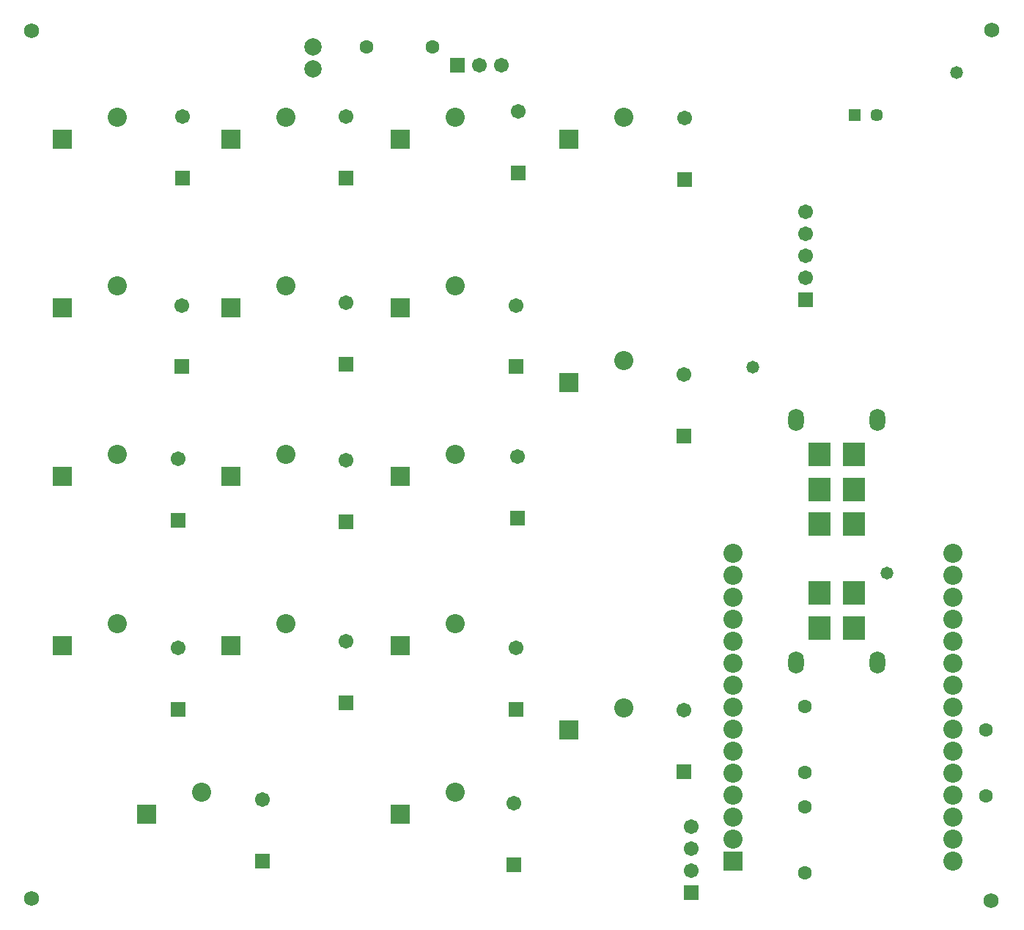
<source format=gts>
%FSTAX23Y23*%
%MOIN*%
%SFA1B1*%

%IPPOS*%
%ADD16C,0.068000*%
%ADD17C,0.067055*%
%ADD18R,0.067055X0.067055*%
%ADD19C,0.086740*%
%ADD20R,0.086740X0.086740*%
%ADD21C,0.063118*%
%ADD22C,0.078740*%
%ADD23R,0.102488X0.106425*%
%ADD24O,0.070992X0.102488*%
%ADD25C,0.057087*%
%ADD26R,0.057087X0.057087*%
%ADD27R,0.067055X0.067055*%
%ADD28C,0.058000*%
%LNpcb1-1*%
%LPD*%
G54D16*
X04759Y00984D03*
X00397Y0494D03*
X04763Y04944D03*
X00397Y00992D03*
G54D17*
X02533Y04781D03*
X02433D03*
X0259Y01427D03*
X02598Y02131D03*
X03362Y01848D03*
Y03375D03*
X03366Y04541D03*
X0261Y04572D03*
X01826Y04549D03*
X01082D03*
X02598Y0369D03*
X01826Y03702D03*
X01078Y0369D03*
X01062Y02994D03*
X01826Y02986D03*
X02606Y03001D03*
X01444Y01442D03*
X01826Y02163D03*
X01062Y02131D03*
X03397Y01318D03*
Y01218D03*
Y01118D03*
X03917Y04117D03*
Y04017D03*
Y03917D03*
Y03817D03*
G54D18*
X02333Y04781D03*
G54D19*
X01553Y03779D03*
X02321Y03011D03*
Y01476D03*
X01553Y02244D03*
X00785Y03011D03*
Y03779D03*
Y04547D03*
Y02244D03*
X01553Y03011D03*
X04586Y02564D03*
Y02464D03*
Y02364D03*
Y02264D03*
Y02164D03*
Y02064D03*
Y01964D03*
Y01864D03*
Y01764D03*
Y01664D03*
Y01564D03*
Y01464D03*
Y01364D03*
Y01264D03*
Y01164D03*
X03586Y02564D03*
Y02464D03*
Y02364D03*
Y02264D03*
Y02164D03*
Y02064D03*
Y01964D03*
Y01864D03*
Y01764D03*
Y01664D03*
Y01564D03*
Y01464D03*
Y01364D03*
Y01264D03*
X02321Y02244D03*
X03088Y04547D03*
X02321D03*
X01553D03*
X03088Y03439D03*
X02321Y03779D03*
X03088Y0186D03*
X01169Y01476D03*
G54D20*
X01303Y03679D03*
X02071Y02911D03*
Y01376D03*
X01303Y02144D03*
X00535Y02911D03*
Y03679D03*
Y04447D03*
Y02144D03*
X01303Y02911D03*
X03586Y01164D03*
X02071Y02144D03*
X02838Y04447D03*
X02071D03*
X01303D03*
X02838Y03339D03*
X02071Y03679D03*
X02838Y0176D03*
X00919Y01376D03*
G54D21*
X0222Y04866D03*
X0192D03*
X04736Y01759D03*
Y01459D03*
X03913Y01866D03*
Y01566D03*
Y01409D03*
Y01109D03*
G54D22*
X01677Y04767D03*
Y04867D03*
G54D23*
X04137Y02696D03*
Y02854D03*
Y03011D03*
X03978D03*
Y02854D03*
Y02696D03*
Y02224D03*
Y02381D03*
X04137D03*
Y02224D03*
G54D24*
X03873Y03169D03*
Y02066D03*
X04242D03*
Y03169D03*
G54D25*
X0424Y04555D03*
G54D26*
X0414Y04555D03*
G54D27*
X0259Y01147D03*
X02598Y01852D03*
X03362Y01568D03*
Y03096D03*
X03366Y04261D03*
X0261Y04293D03*
X01826Y04269D03*
X01082D03*
X02598Y03411D03*
X01826Y03423D03*
X01078Y03411D03*
X01062Y02714D03*
X01826Y02706D03*
X02606Y02722D03*
X01444Y01163D03*
X01826Y01883D03*
X01062Y01852D03*
X03397Y01018D03*
X03917Y03717D03*
G54D28*
X04602Y0475D03*
X04287Y02473D03*
X03677Y03409D03*
M02*
</source>
